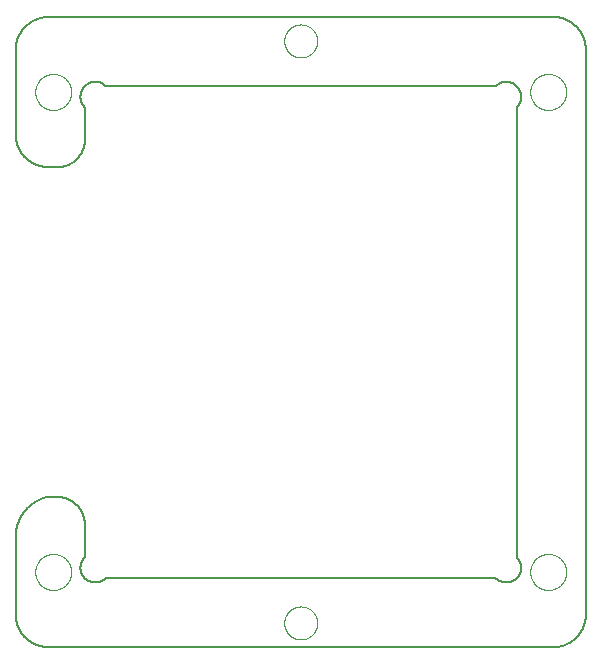
<source format=gko>
G75*
%MOIN*%
%OFA0B0*%
%FSLAX25Y25*%
%IPPOS*%
%LPD*%
%AMOC8*
5,1,8,0,0,1.08239X$1,22.5*
%
%ADD10C,0.00800*%
%ADD11C,0.00000*%
D10*
X0113333Y0100000D02*
X0283333Y0100000D01*
X0283601Y0100027D01*
X0283868Y0100060D01*
X0284135Y0100100D01*
X0284400Y0100146D01*
X0284665Y0100199D01*
X0284927Y0100258D01*
X0285189Y0100324D01*
X0285448Y0100396D01*
X0285706Y0100475D01*
X0285962Y0100560D01*
X0286216Y0100651D01*
X0286467Y0100748D01*
X0286716Y0100851D01*
X0286962Y0100960D01*
X0287206Y0101076D01*
X0287446Y0101197D01*
X0287684Y0101324D01*
X0287918Y0101457D01*
X0288149Y0101596D01*
X0288377Y0101740D01*
X0288601Y0101890D01*
X0288821Y0102045D01*
X0289038Y0102206D01*
X0289250Y0102372D01*
X0289458Y0102543D01*
X0289662Y0102719D01*
X0289862Y0102900D01*
X0290057Y0103085D01*
X0290248Y0103276D01*
X0290433Y0103471D01*
X0290614Y0103671D01*
X0290790Y0103875D01*
X0290961Y0104083D01*
X0291127Y0104295D01*
X0291288Y0104512D01*
X0291443Y0104732D01*
X0291593Y0104956D01*
X0291737Y0105184D01*
X0291876Y0105415D01*
X0292009Y0105649D01*
X0292136Y0105887D01*
X0292257Y0106127D01*
X0292373Y0106371D01*
X0292482Y0106617D01*
X0292585Y0106866D01*
X0292682Y0107117D01*
X0292773Y0107371D01*
X0292858Y0107627D01*
X0292937Y0107885D01*
X0293009Y0108144D01*
X0293075Y0108406D01*
X0293134Y0108668D01*
X0293187Y0108933D01*
X0293233Y0109198D01*
X0293273Y0109465D01*
X0293306Y0109732D01*
X0293333Y0110000D01*
X0293333Y0300000D01*
X0293306Y0300268D01*
X0293273Y0300535D01*
X0293233Y0300802D01*
X0293187Y0301067D01*
X0293134Y0301332D01*
X0293075Y0301594D01*
X0293009Y0301856D01*
X0292937Y0302115D01*
X0292858Y0302373D01*
X0292773Y0302629D01*
X0292682Y0302883D01*
X0292585Y0303134D01*
X0292482Y0303383D01*
X0292373Y0303629D01*
X0292257Y0303873D01*
X0292136Y0304113D01*
X0292009Y0304351D01*
X0291876Y0304585D01*
X0291737Y0304816D01*
X0291593Y0305044D01*
X0291443Y0305268D01*
X0291288Y0305488D01*
X0291127Y0305705D01*
X0290961Y0305917D01*
X0290790Y0306125D01*
X0290614Y0306329D01*
X0290433Y0306529D01*
X0290248Y0306724D01*
X0290057Y0306915D01*
X0289862Y0307100D01*
X0289662Y0307281D01*
X0289458Y0307457D01*
X0289250Y0307628D01*
X0289038Y0307794D01*
X0288821Y0307955D01*
X0288601Y0308110D01*
X0288377Y0308260D01*
X0288149Y0308404D01*
X0287918Y0308543D01*
X0287684Y0308676D01*
X0287446Y0308803D01*
X0287206Y0308924D01*
X0286962Y0309040D01*
X0286716Y0309149D01*
X0286467Y0309252D01*
X0286216Y0309349D01*
X0285962Y0309440D01*
X0285706Y0309525D01*
X0285448Y0309604D01*
X0285189Y0309676D01*
X0284927Y0309742D01*
X0284665Y0309801D01*
X0284400Y0309854D01*
X0284135Y0309900D01*
X0283868Y0309940D01*
X0283601Y0309973D01*
X0283333Y0310000D01*
X0113333Y0310000D01*
X0103333Y0300000D02*
X0103333Y0270000D01*
X0103360Y0269732D01*
X0103393Y0269465D01*
X0103433Y0269198D01*
X0103479Y0268933D01*
X0103532Y0268668D01*
X0103591Y0268406D01*
X0103657Y0268144D01*
X0103729Y0267885D01*
X0103808Y0267627D01*
X0103893Y0267371D01*
X0103984Y0267117D01*
X0104081Y0266866D01*
X0104184Y0266617D01*
X0104293Y0266371D01*
X0104409Y0266127D01*
X0104530Y0265887D01*
X0104657Y0265649D01*
X0104790Y0265415D01*
X0104929Y0265184D01*
X0105073Y0264956D01*
X0105223Y0264732D01*
X0105378Y0264512D01*
X0105539Y0264295D01*
X0105705Y0264083D01*
X0105876Y0263875D01*
X0106052Y0263671D01*
X0106233Y0263471D01*
X0106418Y0263276D01*
X0106609Y0263085D01*
X0106804Y0262900D01*
X0107004Y0262719D01*
X0107208Y0262543D01*
X0107416Y0262372D01*
X0107628Y0262206D01*
X0107845Y0262045D01*
X0108065Y0261890D01*
X0108289Y0261740D01*
X0108517Y0261596D01*
X0108748Y0261457D01*
X0108982Y0261324D01*
X0109220Y0261197D01*
X0109460Y0261076D01*
X0109704Y0260960D01*
X0109950Y0260851D01*
X0110199Y0260748D01*
X0110450Y0260651D01*
X0110704Y0260560D01*
X0110960Y0260475D01*
X0111218Y0260396D01*
X0111477Y0260324D01*
X0111739Y0260258D01*
X0112001Y0260199D01*
X0112266Y0260146D01*
X0112531Y0260100D01*
X0112798Y0260060D01*
X0113065Y0260027D01*
X0113333Y0260000D01*
X0116333Y0260000D01*
X0116333Y0259999D02*
X0116557Y0259982D01*
X0116780Y0259971D01*
X0117004Y0259965D01*
X0117228Y0259964D01*
X0117451Y0259969D01*
X0117675Y0259980D01*
X0117898Y0259995D01*
X0118121Y0260016D01*
X0118343Y0260043D01*
X0118564Y0260075D01*
X0118785Y0260112D01*
X0119005Y0260155D01*
X0119223Y0260203D01*
X0119441Y0260256D01*
X0119657Y0260314D01*
X0119871Y0260378D01*
X0120084Y0260447D01*
X0120295Y0260521D01*
X0120505Y0260600D01*
X0120712Y0260684D01*
X0120917Y0260773D01*
X0121120Y0260867D01*
X0121321Y0260966D01*
X0121519Y0261070D01*
X0121715Y0261178D01*
X0121908Y0261292D01*
X0122098Y0261410D01*
X0122285Y0261532D01*
X0122469Y0261659D01*
X0122650Y0261791D01*
X0122828Y0261926D01*
X0123003Y0262066D01*
X0123174Y0262211D01*
X0123341Y0262359D01*
X0123505Y0262511D01*
X0123665Y0262668D01*
X0123822Y0262828D01*
X0123974Y0262992D01*
X0124122Y0263159D01*
X0124267Y0263330D01*
X0124407Y0263505D01*
X0124542Y0263683D01*
X0124674Y0263864D01*
X0124801Y0264048D01*
X0124923Y0264235D01*
X0125041Y0264425D01*
X0125155Y0264618D01*
X0125263Y0264814D01*
X0125367Y0265012D01*
X0125466Y0265213D01*
X0125560Y0265416D01*
X0125649Y0265621D01*
X0125733Y0265828D01*
X0125812Y0266038D01*
X0125886Y0266249D01*
X0125955Y0266462D01*
X0126019Y0266676D01*
X0126077Y0266892D01*
X0126130Y0267110D01*
X0126178Y0267328D01*
X0126221Y0267548D01*
X0126258Y0267769D01*
X0126290Y0267990D01*
X0126317Y0268212D01*
X0126338Y0268435D01*
X0126353Y0268658D01*
X0126364Y0268882D01*
X0126369Y0269105D01*
X0126368Y0269329D01*
X0126362Y0269553D01*
X0126351Y0269776D01*
X0126334Y0270000D01*
X0126333Y0270000D02*
X0126333Y0280000D01*
X0126236Y0280099D01*
X0126142Y0280202D01*
X0126051Y0280306D01*
X0125963Y0280414D01*
X0125878Y0280523D01*
X0125796Y0280636D01*
X0125717Y0280750D01*
X0125642Y0280866D01*
X0125570Y0280985D01*
X0125501Y0281106D01*
X0125435Y0281228D01*
X0125373Y0281352D01*
X0125315Y0281478D01*
X0125260Y0281606D01*
X0125208Y0281735D01*
X0125161Y0281865D01*
X0125117Y0281997D01*
X0125076Y0282130D01*
X0125040Y0282264D01*
X0125007Y0282399D01*
X0124978Y0282534D01*
X0124953Y0282671D01*
X0124932Y0282808D01*
X0124914Y0282946D01*
X0124901Y0283084D01*
X0124891Y0283222D01*
X0124885Y0283361D01*
X0124883Y0283500D01*
X0124885Y0283639D01*
X0124891Y0283778D01*
X0124901Y0283916D01*
X0124914Y0284054D01*
X0124932Y0284192D01*
X0124953Y0284329D01*
X0124978Y0284466D01*
X0125007Y0284601D01*
X0125040Y0284736D01*
X0125076Y0284870D01*
X0125117Y0285003D01*
X0125161Y0285135D01*
X0125208Y0285265D01*
X0125260Y0285394D01*
X0125315Y0285522D01*
X0125373Y0285648D01*
X0125435Y0285772D01*
X0125501Y0285894D01*
X0125570Y0286015D01*
X0125642Y0286134D01*
X0125717Y0286250D01*
X0125796Y0286364D01*
X0125878Y0286477D01*
X0125963Y0286586D01*
X0126051Y0286694D01*
X0126142Y0286798D01*
X0126236Y0286901D01*
X0126333Y0287000D01*
X0126432Y0287097D01*
X0126535Y0287191D01*
X0126639Y0287282D01*
X0126747Y0287370D01*
X0126856Y0287455D01*
X0126969Y0287537D01*
X0127083Y0287616D01*
X0127199Y0287691D01*
X0127318Y0287763D01*
X0127439Y0287832D01*
X0127561Y0287898D01*
X0127685Y0287960D01*
X0127811Y0288018D01*
X0127939Y0288073D01*
X0128068Y0288125D01*
X0128198Y0288172D01*
X0128330Y0288216D01*
X0128463Y0288257D01*
X0128597Y0288293D01*
X0128732Y0288326D01*
X0128867Y0288355D01*
X0129004Y0288380D01*
X0129141Y0288401D01*
X0129279Y0288419D01*
X0129417Y0288432D01*
X0129555Y0288442D01*
X0129694Y0288448D01*
X0129833Y0288450D01*
X0129972Y0288448D01*
X0130111Y0288442D01*
X0130249Y0288432D01*
X0130387Y0288419D01*
X0130525Y0288401D01*
X0130662Y0288380D01*
X0130799Y0288355D01*
X0130934Y0288326D01*
X0131069Y0288293D01*
X0131203Y0288257D01*
X0131336Y0288216D01*
X0131468Y0288172D01*
X0131598Y0288125D01*
X0131727Y0288073D01*
X0131855Y0288018D01*
X0131981Y0287960D01*
X0132105Y0287898D01*
X0132227Y0287832D01*
X0132348Y0287763D01*
X0132467Y0287691D01*
X0132583Y0287616D01*
X0132697Y0287537D01*
X0132810Y0287455D01*
X0132919Y0287370D01*
X0133027Y0287282D01*
X0133131Y0287191D01*
X0133234Y0287097D01*
X0133333Y0287000D01*
X0263333Y0287000D01*
X0263433Y0287098D01*
X0263536Y0287193D01*
X0263642Y0287284D01*
X0263751Y0287373D01*
X0263861Y0287459D01*
X0263975Y0287541D01*
X0264090Y0287621D01*
X0264208Y0287697D01*
X0264328Y0287769D01*
X0264450Y0287838D01*
X0264573Y0287904D01*
X0264699Y0287966D01*
X0264826Y0288025D01*
X0264955Y0288080D01*
X0265085Y0288131D01*
X0265217Y0288179D01*
X0265350Y0288223D01*
X0265484Y0288263D01*
X0265620Y0288299D01*
X0265756Y0288331D01*
X0265893Y0288360D01*
X0266031Y0288385D01*
X0266170Y0288405D01*
X0266309Y0288422D01*
X0266448Y0288435D01*
X0266588Y0288444D01*
X0266728Y0288449D01*
X0266868Y0288450D01*
X0267008Y0288447D01*
X0267148Y0288440D01*
X0267288Y0288429D01*
X0267427Y0288414D01*
X0267566Y0288395D01*
X0267704Y0288373D01*
X0267842Y0288346D01*
X0267978Y0288316D01*
X0268114Y0288281D01*
X0268249Y0288243D01*
X0268383Y0288201D01*
X0268515Y0288155D01*
X0268646Y0288106D01*
X0268776Y0288053D01*
X0268904Y0287996D01*
X0269030Y0287936D01*
X0269155Y0287872D01*
X0269278Y0287804D01*
X0269398Y0287733D01*
X0269517Y0287659D01*
X0269634Y0287581D01*
X0269748Y0287501D01*
X0269860Y0287416D01*
X0269970Y0287329D01*
X0270077Y0287239D01*
X0270181Y0287146D01*
X0270283Y0287049D01*
X0270382Y0286950D01*
X0270479Y0286848D01*
X0270572Y0286744D01*
X0270662Y0286637D01*
X0270749Y0286527D01*
X0270834Y0286415D01*
X0270914Y0286301D01*
X0270992Y0286184D01*
X0271066Y0286065D01*
X0271137Y0285945D01*
X0271205Y0285822D01*
X0271269Y0285697D01*
X0271329Y0285571D01*
X0271386Y0285443D01*
X0271439Y0285313D01*
X0271488Y0285182D01*
X0271534Y0285050D01*
X0271576Y0284916D01*
X0271614Y0284781D01*
X0271649Y0284645D01*
X0271679Y0284509D01*
X0271706Y0284371D01*
X0271728Y0284233D01*
X0271747Y0284094D01*
X0271762Y0283955D01*
X0271773Y0283815D01*
X0271780Y0283675D01*
X0271783Y0283535D01*
X0271782Y0283395D01*
X0271777Y0283255D01*
X0271768Y0283115D01*
X0271755Y0282976D01*
X0271738Y0282837D01*
X0271718Y0282698D01*
X0271693Y0282560D01*
X0271664Y0282423D01*
X0271632Y0282287D01*
X0271596Y0282151D01*
X0271556Y0282017D01*
X0271512Y0281884D01*
X0271464Y0281752D01*
X0271413Y0281622D01*
X0271358Y0281493D01*
X0271299Y0281366D01*
X0271237Y0281240D01*
X0271171Y0281117D01*
X0271102Y0280995D01*
X0271030Y0280875D01*
X0270954Y0280757D01*
X0270874Y0280642D01*
X0270792Y0280528D01*
X0270706Y0280418D01*
X0270617Y0280309D01*
X0270526Y0280203D01*
X0270431Y0280100D01*
X0270333Y0280000D01*
X0270333Y0130000D01*
X0270430Y0129901D01*
X0270524Y0129798D01*
X0270615Y0129694D01*
X0270703Y0129586D01*
X0270788Y0129477D01*
X0270870Y0129364D01*
X0270949Y0129250D01*
X0271024Y0129134D01*
X0271096Y0129015D01*
X0271165Y0128894D01*
X0271231Y0128772D01*
X0271293Y0128648D01*
X0271351Y0128522D01*
X0271406Y0128394D01*
X0271458Y0128265D01*
X0271505Y0128135D01*
X0271549Y0128003D01*
X0271590Y0127870D01*
X0271626Y0127736D01*
X0271659Y0127601D01*
X0271688Y0127466D01*
X0271713Y0127329D01*
X0271734Y0127192D01*
X0271752Y0127054D01*
X0271765Y0126916D01*
X0271775Y0126778D01*
X0271781Y0126639D01*
X0271783Y0126500D01*
X0271781Y0126361D01*
X0271775Y0126222D01*
X0271765Y0126084D01*
X0271752Y0125946D01*
X0271734Y0125808D01*
X0271713Y0125671D01*
X0271688Y0125534D01*
X0271659Y0125399D01*
X0271626Y0125264D01*
X0271590Y0125130D01*
X0271549Y0124997D01*
X0271505Y0124865D01*
X0271458Y0124735D01*
X0271406Y0124606D01*
X0271351Y0124478D01*
X0271293Y0124352D01*
X0271231Y0124228D01*
X0271165Y0124106D01*
X0271096Y0123985D01*
X0271024Y0123866D01*
X0270949Y0123750D01*
X0270870Y0123636D01*
X0270788Y0123523D01*
X0270703Y0123414D01*
X0270615Y0123306D01*
X0270524Y0123202D01*
X0270430Y0123099D01*
X0270333Y0123000D01*
X0270234Y0122903D01*
X0270131Y0122809D01*
X0270027Y0122718D01*
X0269919Y0122630D01*
X0269810Y0122545D01*
X0269697Y0122463D01*
X0269583Y0122384D01*
X0269467Y0122309D01*
X0269348Y0122237D01*
X0269227Y0122168D01*
X0269105Y0122102D01*
X0268981Y0122040D01*
X0268855Y0121982D01*
X0268727Y0121927D01*
X0268598Y0121875D01*
X0268468Y0121828D01*
X0268336Y0121784D01*
X0268203Y0121743D01*
X0268069Y0121707D01*
X0267934Y0121674D01*
X0267799Y0121645D01*
X0267662Y0121620D01*
X0267525Y0121599D01*
X0267387Y0121581D01*
X0267249Y0121568D01*
X0267111Y0121558D01*
X0266972Y0121552D01*
X0266833Y0121550D01*
X0266694Y0121552D01*
X0266555Y0121558D01*
X0266417Y0121568D01*
X0266279Y0121581D01*
X0266141Y0121599D01*
X0266004Y0121620D01*
X0265867Y0121645D01*
X0265732Y0121674D01*
X0265597Y0121707D01*
X0265463Y0121743D01*
X0265330Y0121784D01*
X0265198Y0121828D01*
X0265068Y0121875D01*
X0264939Y0121927D01*
X0264811Y0121982D01*
X0264685Y0122040D01*
X0264561Y0122102D01*
X0264439Y0122168D01*
X0264318Y0122237D01*
X0264199Y0122309D01*
X0264083Y0122384D01*
X0263969Y0122463D01*
X0263856Y0122545D01*
X0263747Y0122630D01*
X0263639Y0122718D01*
X0263535Y0122809D01*
X0263432Y0122903D01*
X0263333Y0123000D01*
X0133333Y0123000D01*
X0133234Y0122903D01*
X0133131Y0122809D01*
X0133027Y0122718D01*
X0132919Y0122630D01*
X0132810Y0122545D01*
X0132697Y0122463D01*
X0132583Y0122384D01*
X0132467Y0122309D01*
X0132348Y0122237D01*
X0132227Y0122168D01*
X0132105Y0122102D01*
X0131981Y0122040D01*
X0131855Y0121982D01*
X0131727Y0121927D01*
X0131598Y0121875D01*
X0131468Y0121828D01*
X0131336Y0121784D01*
X0131203Y0121743D01*
X0131069Y0121707D01*
X0130934Y0121674D01*
X0130799Y0121645D01*
X0130662Y0121620D01*
X0130525Y0121599D01*
X0130387Y0121581D01*
X0130249Y0121568D01*
X0130111Y0121558D01*
X0129972Y0121552D01*
X0129833Y0121550D01*
X0129694Y0121552D01*
X0129555Y0121558D01*
X0129417Y0121568D01*
X0129279Y0121581D01*
X0129141Y0121599D01*
X0129004Y0121620D01*
X0128867Y0121645D01*
X0128732Y0121674D01*
X0128597Y0121707D01*
X0128463Y0121743D01*
X0128330Y0121784D01*
X0128198Y0121828D01*
X0128068Y0121875D01*
X0127939Y0121927D01*
X0127811Y0121982D01*
X0127685Y0122040D01*
X0127561Y0122102D01*
X0127439Y0122168D01*
X0127318Y0122237D01*
X0127199Y0122309D01*
X0127083Y0122384D01*
X0126969Y0122463D01*
X0126856Y0122545D01*
X0126747Y0122630D01*
X0126639Y0122718D01*
X0126535Y0122809D01*
X0126432Y0122903D01*
X0126333Y0123000D01*
X0126236Y0123099D01*
X0126142Y0123202D01*
X0126051Y0123306D01*
X0125963Y0123414D01*
X0125878Y0123523D01*
X0125796Y0123636D01*
X0125717Y0123750D01*
X0125642Y0123866D01*
X0125570Y0123985D01*
X0125501Y0124106D01*
X0125435Y0124228D01*
X0125373Y0124352D01*
X0125315Y0124478D01*
X0125260Y0124606D01*
X0125208Y0124735D01*
X0125161Y0124865D01*
X0125117Y0124997D01*
X0125076Y0125130D01*
X0125040Y0125264D01*
X0125007Y0125399D01*
X0124978Y0125534D01*
X0124953Y0125671D01*
X0124932Y0125808D01*
X0124914Y0125946D01*
X0124901Y0126084D01*
X0124891Y0126222D01*
X0124885Y0126361D01*
X0124883Y0126500D01*
X0124885Y0126639D01*
X0124891Y0126778D01*
X0124901Y0126916D01*
X0124914Y0127054D01*
X0124932Y0127192D01*
X0124953Y0127329D01*
X0124978Y0127466D01*
X0125007Y0127601D01*
X0125040Y0127736D01*
X0125076Y0127870D01*
X0125117Y0128003D01*
X0125161Y0128135D01*
X0125208Y0128265D01*
X0125260Y0128394D01*
X0125315Y0128522D01*
X0125373Y0128648D01*
X0125435Y0128772D01*
X0125501Y0128894D01*
X0125570Y0129015D01*
X0125642Y0129134D01*
X0125717Y0129250D01*
X0125796Y0129364D01*
X0125878Y0129477D01*
X0125963Y0129586D01*
X0126051Y0129694D01*
X0126142Y0129798D01*
X0126236Y0129901D01*
X0126333Y0130000D01*
X0126333Y0140000D01*
X0126334Y0140000D02*
X0126351Y0140224D01*
X0126362Y0140447D01*
X0126368Y0140671D01*
X0126369Y0140895D01*
X0126364Y0141118D01*
X0126353Y0141342D01*
X0126338Y0141565D01*
X0126317Y0141788D01*
X0126290Y0142010D01*
X0126258Y0142231D01*
X0126221Y0142452D01*
X0126178Y0142672D01*
X0126130Y0142890D01*
X0126077Y0143108D01*
X0126019Y0143324D01*
X0125955Y0143538D01*
X0125886Y0143751D01*
X0125812Y0143962D01*
X0125733Y0144172D01*
X0125649Y0144379D01*
X0125560Y0144584D01*
X0125466Y0144787D01*
X0125367Y0144988D01*
X0125263Y0145186D01*
X0125155Y0145382D01*
X0125041Y0145575D01*
X0124923Y0145765D01*
X0124801Y0145952D01*
X0124674Y0146136D01*
X0124542Y0146317D01*
X0124407Y0146495D01*
X0124267Y0146670D01*
X0124122Y0146841D01*
X0123974Y0147008D01*
X0123822Y0147172D01*
X0123665Y0147332D01*
X0123505Y0147489D01*
X0123341Y0147641D01*
X0123174Y0147789D01*
X0123003Y0147934D01*
X0122828Y0148074D01*
X0122650Y0148209D01*
X0122469Y0148341D01*
X0122285Y0148468D01*
X0122098Y0148590D01*
X0121908Y0148708D01*
X0121715Y0148822D01*
X0121519Y0148930D01*
X0121321Y0149034D01*
X0121120Y0149133D01*
X0120917Y0149227D01*
X0120712Y0149316D01*
X0120505Y0149400D01*
X0120295Y0149479D01*
X0120084Y0149553D01*
X0119871Y0149622D01*
X0119657Y0149686D01*
X0119441Y0149744D01*
X0119223Y0149797D01*
X0119005Y0149845D01*
X0118785Y0149888D01*
X0118564Y0149925D01*
X0118343Y0149957D01*
X0118121Y0149984D01*
X0117898Y0150005D01*
X0117675Y0150020D01*
X0117451Y0150031D01*
X0117228Y0150036D01*
X0117004Y0150035D01*
X0116780Y0150029D01*
X0116557Y0150018D01*
X0116333Y0150001D01*
X0116333Y0150000D02*
X0113333Y0150000D01*
X0113334Y0150000D02*
X0113005Y0149899D01*
X0112680Y0149791D01*
X0112356Y0149674D01*
X0112036Y0149550D01*
X0111719Y0149418D01*
X0111405Y0149278D01*
X0111095Y0149130D01*
X0110789Y0148975D01*
X0110486Y0148813D01*
X0110187Y0148643D01*
X0109893Y0148466D01*
X0109603Y0148281D01*
X0109318Y0148090D01*
X0109038Y0147892D01*
X0108762Y0147687D01*
X0108492Y0147475D01*
X0108226Y0147257D01*
X0107967Y0147032D01*
X0107713Y0146801D01*
X0107464Y0146563D01*
X0107222Y0146320D01*
X0106985Y0146071D01*
X0106755Y0145816D01*
X0106531Y0145556D01*
X0106313Y0145290D01*
X0106102Y0145019D01*
X0105898Y0144743D01*
X0105700Y0144462D01*
X0105510Y0144176D01*
X0105326Y0143886D01*
X0105150Y0143591D01*
X0104981Y0143292D01*
X0104819Y0142989D01*
X0104665Y0142682D01*
X0104518Y0142371D01*
X0104379Y0142057D01*
X0104248Y0141740D01*
X0104125Y0141419D01*
X0104009Y0141096D01*
X0103902Y0140769D01*
X0103802Y0140441D01*
X0103711Y0140110D01*
X0103627Y0139776D01*
X0103552Y0139441D01*
X0103485Y0139104D01*
X0103427Y0138766D01*
X0103376Y0138426D01*
X0103334Y0138085D01*
X0103301Y0137743D01*
X0103275Y0137401D01*
X0103259Y0137058D01*
X0103250Y0136714D01*
X0103250Y0136371D01*
X0103258Y0136027D01*
X0103275Y0135684D01*
X0103300Y0135342D01*
X0103334Y0135000D01*
X0103333Y0135000D02*
X0103333Y0110000D01*
X0103360Y0109732D01*
X0103393Y0109465D01*
X0103433Y0109198D01*
X0103479Y0108933D01*
X0103532Y0108668D01*
X0103591Y0108406D01*
X0103657Y0108144D01*
X0103729Y0107885D01*
X0103808Y0107627D01*
X0103893Y0107371D01*
X0103984Y0107117D01*
X0104081Y0106866D01*
X0104184Y0106617D01*
X0104293Y0106371D01*
X0104409Y0106127D01*
X0104530Y0105887D01*
X0104657Y0105649D01*
X0104790Y0105415D01*
X0104929Y0105184D01*
X0105073Y0104956D01*
X0105223Y0104732D01*
X0105378Y0104512D01*
X0105539Y0104295D01*
X0105705Y0104083D01*
X0105876Y0103875D01*
X0106052Y0103671D01*
X0106233Y0103471D01*
X0106418Y0103276D01*
X0106609Y0103085D01*
X0106804Y0102900D01*
X0107004Y0102719D01*
X0107208Y0102543D01*
X0107416Y0102372D01*
X0107628Y0102206D01*
X0107845Y0102045D01*
X0108065Y0101890D01*
X0108289Y0101740D01*
X0108517Y0101596D01*
X0108748Y0101457D01*
X0108982Y0101324D01*
X0109220Y0101197D01*
X0109460Y0101076D01*
X0109704Y0100960D01*
X0109950Y0100851D01*
X0110199Y0100748D01*
X0110450Y0100651D01*
X0110704Y0100560D01*
X0110960Y0100475D01*
X0111218Y0100396D01*
X0111477Y0100324D01*
X0111739Y0100258D01*
X0112001Y0100199D01*
X0112266Y0100146D01*
X0112531Y0100100D01*
X0112798Y0100060D01*
X0113065Y0100027D01*
X0113333Y0100000D01*
X0103333Y0300000D02*
X0103360Y0300268D01*
X0103393Y0300535D01*
X0103433Y0300802D01*
X0103479Y0301067D01*
X0103532Y0301332D01*
X0103591Y0301594D01*
X0103657Y0301856D01*
X0103729Y0302115D01*
X0103808Y0302373D01*
X0103893Y0302629D01*
X0103984Y0302883D01*
X0104081Y0303134D01*
X0104184Y0303383D01*
X0104293Y0303629D01*
X0104409Y0303873D01*
X0104530Y0304113D01*
X0104657Y0304351D01*
X0104790Y0304585D01*
X0104929Y0304816D01*
X0105073Y0305044D01*
X0105223Y0305268D01*
X0105378Y0305488D01*
X0105539Y0305705D01*
X0105705Y0305917D01*
X0105876Y0306125D01*
X0106052Y0306329D01*
X0106233Y0306529D01*
X0106418Y0306724D01*
X0106609Y0306915D01*
X0106804Y0307100D01*
X0107004Y0307281D01*
X0107208Y0307457D01*
X0107416Y0307628D01*
X0107628Y0307794D01*
X0107845Y0307955D01*
X0108065Y0308110D01*
X0108289Y0308260D01*
X0108517Y0308404D01*
X0108748Y0308543D01*
X0108982Y0308676D01*
X0109220Y0308803D01*
X0109460Y0308924D01*
X0109704Y0309040D01*
X0109950Y0309149D01*
X0110199Y0309252D01*
X0110450Y0309349D01*
X0110704Y0309440D01*
X0110960Y0309525D01*
X0111218Y0309604D01*
X0111477Y0309676D01*
X0111739Y0309742D01*
X0112001Y0309801D01*
X0112266Y0309854D01*
X0112531Y0309900D01*
X0112798Y0309940D01*
X0113065Y0309973D01*
X0113333Y0310000D01*
D11*
X0109833Y0285000D02*
X0109835Y0285154D01*
X0109841Y0285309D01*
X0109851Y0285463D01*
X0109865Y0285617D01*
X0109883Y0285770D01*
X0109904Y0285923D01*
X0109930Y0286076D01*
X0109960Y0286227D01*
X0109993Y0286378D01*
X0110031Y0286528D01*
X0110072Y0286677D01*
X0110117Y0286825D01*
X0110166Y0286971D01*
X0110219Y0287117D01*
X0110275Y0287260D01*
X0110335Y0287403D01*
X0110399Y0287543D01*
X0110466Y0287683D01*
X0110537Y0287820D01*
X0110611Y0287955D01*
X0110689Y0288089D01*
X0110770Y0288220D01*
X0110855Y0288349D01*
X0110943Y0288477D01*
X0111034Y0288601D01*
X0111128Y0288724D01*
X0111226Y0288844D01*
X0111326Y0288961D01*
X0111430Y0289076D01*
X0111536Y0289188D01*
X0111645Y0289297D01*
X0111757Y0289403D01*
X0111872Y0289507D01*
X0111989Y0289607D01*
X0112109Y0289705D01*
X0112232Y0289799D01*
X0112356Y0289890D01*
X0112484Y0289978D01*
X0112613Y0290063D01*
X0112744Y0290144D01*
X0112878Y0290222D01*
X0113013Y0290296D01*
X0113150Y0290367D01*
X0113290Y0290434D01*
X0113430Y0290498D01*
X0113573Y0290558D01*
X0113716Y0290614D01*
X0113862Y0290667D01*
X0114008Y0290716D01*
X0114156Y0290761D01*
X0114305Y0290802D01*
X0114455Y0290840D01*
X0114606Y0290873D01*
X0114757Y0290903D01*
X0114910Y0290929D01*
X0115063Y0290950D01*
X0115216Y0290968D01*
X0115370Y0290982D01*
X0115524Y0290992D01*
X0115679Y0290998D01*
X0115833Y0291000D01*
X0115987Y0290998D01*
X0116142Y0290992D01*
X0116296Y0290982D01*
X0116450Y0290968D01*
X0116603Y0290950D01*
X0116756Y0290929D01*
X0116909Y0290903D01*
X0117060Y0290873D01*
X0117211Y0290840D01*
X0117361Y0290802D01*
X0117510Y0290761D01*
X0117658Y0290716D01*
X0117804Y0290667D01*
X0117950Y0290614D01*
X0118093Y0290558D01*
X0118236Y0290498D01*
X0118376Y0290434D01*
X0118516Y0290367D01*
X0118653Y0290296D01*
X0118788Y0290222D01*
X0118922Y0290144D01*
X0119053Y0290063D01*
X0119182Y0289978D01*
X0119310Y0289890D01*
X0119434Y0289799D01*
X0119557Y0289705D01*
X0119677Y0289607D01*
X0119794Y0289507D01*
X0119909Y0289403D01*
X0120021Y0289297D01*
X0120130Y0289188D01*
X0120236Y0289076D01*
X0120340Y0288961D01*
X0120440Y0288844D01*
X0120538Y0288724D01*
X0120632Y0288601D01*
X0120723Y0288477D01*
X0120811Y0288349D01*
X0120896Y0288220D01*
X0120977Y0288089D01*
X0121055Y0287955D01*
X0121129Y0287820D01*
X0121200Y0287683D01*
X0121267Y0287543D01*
X0121331Y0287403D01*
X0121391Y0287260D01*
X0121447Y0287117D01*
X0121500Y0286971D01*
X0121549Y0286825D01*
X0121594Y0286677D01*
X0121635Y0286528D01*
X0121673Y0286378D01*
X0121706Y0286227D01*
X0121736Y0286076D01*
X0121762Y0285923D01*
X0121783Y0285770D01*
X0121801Y0285617D01*
X0121815Y0285463D01*
X0121825Y0285309D01*
X0121831Y0285154D01*
X0121833Y0285000D01*
X0121831Y0284846D01*
X0121825Y0284691D01*
X0121815Y0284537D01*
X0121801Y0284383D01*
X0121783Y0284230D01*
X0121762Y0284077D01*
X0121736Y0283924D01*
X0121706Y0283773D01*
X0121673Y0283622D01*
X0121635Y0283472D01*
X0121594Y0283323D01*
X0121549Y0283175D01*
X0121500Y0283029D01*
X0121447Y0282883D01*
X0121391Y0282740D01*
X0121331Y0282597D01*
X0121267Y0282457D01*
X0121200Y0282317D01*
X0121129Y0282180D01*
X0121055Y0282045D01*
X0120977Y0281911D01*
X0120896Y0281780D01*
X0120811Y0281651D01*
X0120723Y0281523D01*
X0120632Y0281399D01*
X0120538Y0281276D01*
X0120440Y0281156D01*
X0120340Y0281039D01*
X0120236Y0280924D01*
X0120130Y0280812D01*
X0120021Y0280703D01*
X0119909Y0280597D01*
X0119794Y0280493D01*
X0119677Y0280393D01*
X0119557Y0280295D01*
X0119434Y0280201D01*
X0119310Y0280110D01*
X0119182Y0280022D01*
X0119053Y0279937D01*
X0118922Y0279856D01*
X0118788Y0279778D01*
X0118653Y0279704D01*
X0118516Y0279633D01*
X0118376Y0279566D01*
X0118236Y0279502D01*
X0118093Y0279442D01*
X0117950Y0279386D01*
X0117804Y0279333D01*
X0117658Y0279284D01*
X0117510Y0279239D01*
X0117361Y0279198D01*
X0117211Y0279160D01*
X0117060Y0279127D01*
X0116909Y0279097D01*
X0116756Y0279071D01*
X0116603Y0279050D01*
X0116450Y0279032D01*
X0116296Y0279018D01*
X0116142Y0279008D01*
X0115987Y0279002D01*
X0115833Y0279000D01*
X0115679Y0279002D01*
X0115524Y0279008D01*
X0115370Y0279018D01*
X0115216Y0279032D01*
X0115063Y0279050D01*
X0114910Y0279071D01*
X0114757Y0279097D01*
X0114606Y0279127D01*
X0114455Y0279160D01*
X0114305Y0279198D01*
X0114156Y0279239D01*
X0114008Y0279284D01*
X0113862Y0279333D01*
X0113716Y0279386D01*
X0113573Y0279442D01*
X0113430Y0279502D01*
X0113290Y0279566D01*
X0113150Y0279633D01*
X0113013Y0279704D01*
X0112878Y0279778D01*
X0112744Y0279856D01*
X0112613Y0279937D01*
X0112484Y0280022D01*
X0112356Y0280110D01*
X0112232Y0280201D01*
X0112109Y0280295D01*
X0111989Y0280393D01*
X0111872Y0280493D01*
X0111757Y0280597D01*
X0111645Y0280703D01*
X0111536Y0280812D01*
X0111430Y0280924D01*
X0111326Y0281039D01*
X0111226Y0281156D01*
X0111128Y0281276D01*
X0111034Y0281399D01*
X0110943Y0281523D01*
X0110855Y0281651D01*
X0110770Y0281780D01*
X0110689Y0281911D01*
X0110611Y0282045D01*
X0110537Y0282180D01*
X0110466Y0282317D01*
X0110399Y0282457D01*
X0110335Y0282597D01*
X0110275Y0282740D01*
X0110219Y0282883D01*
X0110166Y0283029D01*
X0110117Y0283175D01*
X0110072Y0283323D01*
X0110031Y0283472D01*
X0109993Y0283622D01*
X0109960Y0283773D01*
X0109930Y0283924D01*
X0109904Y0284077D01*
X0109883Y0284230D01*
X0109865Y0284383D01*
X0109851Y0284537D01*
X0109841Y0284691D01*
X0109835Y0284846D01*
X0109833Y0285000D01*
X0192833Y0302000D02*
X0192835Y0302148D01*
X0192841Y0302296D01*
X0192851Y0302444D01*
X0192865Y0302592D01*
X0192883Y0302739D01*
X0192905Y0302886D01*
X0192931Y0303032D01*
X0192960Y0303177D01*
X0192994Y0303322D01*
X0193032Y0303465D01*
X0193073Y0303608D01*
X0193118Y0303749D01*
X0193168Y0303889D01*
X0193220Y0304027D01*
X0193277Y0304165D01*
X0193337Y0304300D01*
X0193401Y0304434D01*
X0193468Y0304566D01*
X0193539Y0304696D01*
X0193614Y0304825D01*
X0193692Y0304951D01*
X0193773Y0305075D01*
X0193857Y0305197D01*
X0193945Y0305316D01*
X0194036Y0305433D01*
X0194130Y0305548D01*
X0194228Y0305660D01*
X0194328Y0305769D01*
X0194431Y0305876D01*
X0194537Y0305980D01*
X0194645Y0306081D01*
X0194757Y0306179D01*
X0194871Y0306274D01*
X0194987Y0306365D01*
X0195106Y0306454D01*
X0195227Y0306539D01*
X0195351Y0306621D01*
X0195477Y0306700D01*
X0195604Y0306775D01*
X0195734Y0306847D01*
X0195866Y0306916D01*
X0195999Y0306980D01*
X0196134Y0307041D01*
X0196271Y0307099D01*
X0196409Y0307153D01*
X0196549Y0307203D01*
X0196690Y0307249D01*
X0196832Y0307291D01*
X0196975Y0307330D01*
X0197119Y0307364D01*
X0197265Y0307395D01*
X0197410Y0307422D01*
X0197557Y0307445D01*
X0197704Y0307464D01*
X0197852Y0307479D01*
X0197999Y0307490D01*
X0198148Y0307497D01*
X0198296Y0307500D01*
X0198444Y0307499D01*
X0198592Y0307494D01*
X0198740Y0307485D01*
X0198888Y0307472D01*
X0199036Y0307455D01*
X0199182Y0307434D01*
X0199329Y0307409D01*
X0199474Y0307380D01*
X0199619Y0307348D01*
X0199762Y0307311D01*
X0199905Y0307271D01*
X0200047Y0307226D01*
X0200187Y0307178D01*
X0200326Y0307126D01*
X0200463Y0307071D01*
X0200599Y0307011D01*
X0200734Y0306948D01*
X0200866Y0306882D01*
X0200997Y0306812D01*
X0201126Y0306738D01*
X0201252Y0306661D01*
X0201377Y0306581D01*
X0201499Y0306497D01*
X0201620Y0306410D01*
X0201737Y0306320D01*
X0201853Y0306226D01*
X0201965Y0306130D01*
X0202075Y0306031D01*
X0202183Y0305928D01*
X0202287Y0305823D01*
X0202389Y0305715D01*
X0202487Y0305604D01*
X0202583Y0305491D01*
X0202676Y0305375D01*
X0202765Y0305257D01*
X0202851Y0305136D01*
X0202934Y0305013D01*
X0203014Y0304888D01*
X0203090Y0304761D01*
X0203163Y0304631D01*
X0203232Y0304500D01*
X0203297Y0304367D01*
X0203360Y0304233D01*
X0203418Y0304096D01*
X0203473Y0303958D01*
X0203523Y0303819D01*
X0203571Y0303678D01*
X0203614Y0303537D01*
X0203654Y0303394D01*
X0203689Y0303250D01*
X0203721Y0303105D01*
X0203749Y0302959D01*
X0203773Y0302813D01*
X0203793Y0302666D01*
X0203809Y0302518D01*
X0203821Y0302371D01*
X0203829Y0302222D01*
X0203833Y0302074D01*
X0203833Y0301926D01*
X0203829Y0301778D01*
X0203821Y0301629D01*
X0203809Y0301482D01*
X0203793Y0301334D01*
X0203773Y0301187D01*
X0203749Y0301041D01*
X0203721Y0300895D01*
X0203689Y0300750D01*
X0203654Y0300606D01*
X0203614Y0300463D01*
X0203571Y0300322D01*
X0203523Y0300181D01*
X0203473Y0300042D01*
X0203418Y0299904D01*
X0203360Y0299767D01*
X0203297Y0299633D01*
X0203232Y0299500D01*
X0203163Y0299369D01*
X0203090Y0299239D01*
X0203014Y0299112D01*
X0202934Y0298987D01*
X0202851Y0298864D01*
X0202765Y0298743D01*
X0202676Y0298625D01*
X0202583Y0298509D01*
X0202487Y0298396D01*
X0202389Y0298285D01*
X0202287Y0298177D01*
X0202183Y0298072D01*
X0202075Y0297969D01*
X0201965Y0297870D01*
X0201853Y0297774D01*
X0201737Y0297680D01*
X0201620Y0297590D01*
X0201499Y0297503D01*
X0201377Y0297419D01*
X0201252Y0297339D01*
X0201126Y0297262D01*
X0200997Y0297188D01*
X0200866Y0297118D01*
X0200734Y0297052D01*
X0200599Y0296989D01*
X0200463Y0296929D01*
X0200326Y0296874D01*
X0200187Y0296822D01*
X0200047Y0296774D01*
X0199905Y0296729D01*
X0199762Y0296689D01*
X0199619Y0296652D01*
X0199474Y0296620D01*
X0199329Y0296591D01*
X0199182Y0296566D01*
X0199036Y0296545D01*
X0198888Y0296528D01*
X0198740Y0296515D01*
X0198592Y0296506D01*
X0198444Y0296501D01*
X0198296Y0296500D01*
X0198148Y0296503D01*
X0197999Y0296510D01*
X0197852Y0296521D01*
X0197704Y0296536D01*
X0197557Y0296555D01*
X0197410Y0296578D01*
X0197265Y0296605D01*
X0197119Y0296636D01*
X0196975Y0296670D01*
X0196832Y0296709D01*
X0196690Y0296751D01*
X0196549Y0296797D01*
X0196409Y0296847D01*
X0196271Y0296901D01*
X0196134Y0296959D01*
X0195999Y0297020D01*
X0195866Y0297084D01*
X0195734Y0297153D01*
X0195604Y0297225D01*
X0195477Y0297300D01*
X0195351Y0297379D01*
X0195227Y0297461D01*
X0195106Y0297546D01*
X0194987Y0297635D01*
X0194871Y0297726D01*
X0194757Y0297821D01*
X0194645Y0297919D01*
X0194537Y0298020D01*
X0194431Y0298124D01*
X0194328Y0298231D01*
X0194228Y0298340D01*
X0194130Y0298452D01*
X0194036Y0298567D01*
X0193945Y0298684D01*
X0193857Y0298803D01*
X0193773Y0298925D01*
X0193692Y0299049D01*
X0193614Y0299175D01*
X0193539Y0299304D01*
X0193468Y0299434D01*
X0193401Y0299566D01*
X0193337Y0299700D01*
X0193277Y0299835D01*
X0193220Y0299973D01*
X0193168Y0300111D01*
X0193118Y0300251D01*
X0193073Y0300392D01*
X0193032Y0300535D01*
X0192994Y0300678D01*
X0192960Y0300823D01*
X0192931Y0300968D01*
X0192905Y0301114D01*
X0192883Y0301261D01*
X0192865Y0301408D01*
X0192851Y0301556D01*
X0192841Y0301704D01*
X0192835Y0301852D01*
X0192833Y0302000D01*
X0274833Y0285000D02*
X0274835Y0285154D01*
X0274841Y0285309D01*
X0274851Y0285463D01*
X0274865Y0285617D01*
X0274883Y0285770D01*
X0274904Y0285923D01*
X0274930Y0286076D01*
X0274960Y0286227D01*
X0274993Y0286378D01*
X0275031Y0286528D01*
X0275072Y0286677D01*
X0275117Y0286825D01*
X0275166Y0286971D01*
X0275219Y0287117D01*
X0275275Y0287260D01*
X0275335Y0287403D01*
X0275399Y0287543D01*
X0275466Y0287683D01*
X0275537Y0287820D01*
X0275611Y0287955D01*
X0275689Y0288089D01*
X0275770Y0288220D01*
X0275855Y0288349D01*
X0275943Y0288477D01*
X0276034Y0288601D01*
X0276128Y0288724D01*
X0276226Y0288844D01*
X0276326Y0288961D01*
X0276430Y0289076D01*
X0276536Y0289188D01*
X0276645Y0289297D01*
X0276757Y0289403D01*
X0276872Y0289507D01*
X0276989Y0289607D01*
X0277109Y0289705D01*
X0277232Y0289799D01*
X0277356Y0289890D01*
X0277484Y0289978D01*
X0277613Y0290063D01*
X0277744Y0290144D01*
X0277878Y0290222D01*
X0278013Y0290296D01*
X0278150Y0290367D01*
X0278290Y0290434D01*
X0278430Y0290498D01*
X0278573Y0290558D01*
X0278716Y0290614D01*
X0278862Y0290667D01*
X0279008Y0290716D01*
X0279156Y0290761D01*
X0279305Y0290802D01*
X0279455Y0290840D01*
X0279606Y0290873D01*
X0279757Y0290903D01*
X0279910Y0290929D01*
X0280063Y0290950D01*
X0280216Y0290968D01*
X0280370Y0290982D01*
X0280524Y0290992D01*
X0280679Y0290998D01*
X0280833Y0291000D01*
X0280987Y0290998D01*
X0281142Y0290992D01*
X0281296Y0290982D01*
X0281450Y0290968D01*
X0281603Y0290950D01*
X0281756Y0290929D01*
X0281909Y0290903D01*
X0282060Y0290873D01*
X0282211Y0290840D01*
X0282361Y0290802D01*
X0282510Y0290761D01*
X0282658Y0290716D01*
X0282804Y0290667D01*
X0282950Y0290614D01*
X0283093Y0290558D01*
X0283236Y0290498D01*
X0283376Y0290434D01*
X0283516Y0290367D01*
X0283653Y0290296D01*
X0283788Y0290222D01*
X0283922Y0290144D01*
X0284053Y0290063D01*
X0284182Y0289978D01*
X0284310Y0289890D01*
X0284434Y0289799D01*
X0284557Y0289705D01*
X0284677Y0289607D01*
X0284794Y0289507D01*
X0284909Y0289403D01*
X0285021Y0289297D01*
X0285130Y0289188D01*
X0285236Y0289076D01*
X0285340Y0288961D01*
X0285440Y0288844D01*
X0285538Y0288724D01*
X0285632Y0288601D01*
X0285723Y0288477D01*
X0285811Y0288349D01*
X0285896Y0288220D01*
X0285977Y0288089D01*
X0286055Y0287955D01*
X0286129Y0287820D01*
X0286200Y0287683D01*
X0286267Y0287543D01*
X0286331Y0287403D01*
X0286391Y0287260D01*
X0286447Y0287117D01*
X0286500Y0286971D01*
X0286549Y0286825D01*
X0286594Y0286677D01*
X0286635Y0286528D01*
X0286673Y0286378D01*
X0286706Y0286227D01*
X0286736Y0286076D01*
X0286762Y0285923D01*
X0286783Y0285770D01*
X0286801Y0285617D01*
X0286815Y0285463D01*
X0286825Y0285309D01*
X0286831Y0285154D01*
X0286833Y0285000D01*
X0286831Y0284846D01*
X0286825Y0284691D01*
X0286815Y0284537D01*
X0286801Y0284383D01*
X0286783Y0284230D01*
X0286762Y0284077D01*
X0286736Y0283924D01*
X0286706Y0283773D01*
X0286673Y0283622D01*
X0286635Y0283472D01*
X0286594Y0283323D01*
X0286549Y0283175D01*
X0286500Y0283029D01*
X0286447Y0282883D01*
X0286391Y0282740D01*
X0286331Y0282597D01*
X0286267Y0282457D01*
X0286200Y0282317D01*
X0286129Y0282180D01*
X0286055Y0282045D01*
X0285977Y0281911D01*
X0285896Y0281780D01*
X0285811Y0281651D01*
X0285723Y0281523D01*
X0285632Y0281399D01*
X0285538Y0281276D01*
X0285440Y0281156D01*
X0285340Y0281039D01*
X0285236Y0280924D01*
X0285130Y0280812D01*
X0285021Y0280703D01*
X0284909Y0280597D01*
X0284794Y0280493D01*
X0284677Y0280393D01*
X0284557Y0280295D01*
X0284434Y0280201D01*
X0284310Y0280110D01*
X0284182Y0280022D01*
X0284053Y0279937D01*
X0283922Y0279856D01*
X0283788Y0279778D01*
X0283653Y0279704D01*
X0283516Y0279633D01*
X0283376Y0279566D01*
X0283236Y0279502D01*
X0283093Y0279442D01*
X0282950Y0279386D01*
X0282804Y0279333D01*
X0282658Y0279284D01*
X0282510Y0279239D01*
X0282361Y0279198D01*
X0282211Y0279160D01*
X0282060Y0279127D01*
X0281909Y0279097D01*
X0281756Y0279071D01*
X0281603Y0279050D01*
X0281450Y0279032D01*
X0281296Y0279018D01*
X0281142Y0279008D01*
X0280987Y0279002D01*
X0280833Y0279000D01*
X0280679Y0279002D01*
X0280524Y0279008D01*
X0280370Y0279018D01*
X0280216Y0279032D01*
X0280063Y0279050D01*
X0279910Y0279071D01*
X0279757Y0279097D01*
X0279606Y0279127D01*
X0279455Y0279160D01*
X0279305Y0279198D01*
X0279156Y0279239D01*
X0279008Y0279284D01*
X0278862Y0279333D01*
X0278716Y0279386D01*
X0278573Y0279442D01*
X0278430Y0279502D01*
X0278290Y0279566D01*
X0278150Y0279633D01*
X0278013Y0279704D01*
X0277878Y0279778D01*
X0277744Y0279856D01*
X0277613Y0279937D01*
X0277484Y0280022D01*
X0277356Y0280110D01*
X0277232Y0280201D01*
X0277109Y0280295D01*
X0276989Y0280393D01*
X0276872Y0280493D01*
X0276757Y0280597D01*
X0276645Y0280703D01*
X0276536Y0280812D01*
X0276430Y0280924D01*
X0276326Y0281039D01*
X0276226Y0281156D01*
X0276128Y0281276D01*
X0276034Y0281399D01*
X0275943Y0281523D01*
X0275855Y0281651D01*
X0275770Y0281780D01*
X0275689Y0281911D01*
X0275611Y0282045D01*
X0275537Y0282180D01*
X0275466Y0282317D01*
X0275399Y0282457D01*
X0275335Y0282597D01*
X0275275Y0282740D01*
X0275219Y0282883D01*
X0275166Y0283029D01*
X0275117Y0283175D01*
X0275072Y0283323D01*
X0275031Y0283472D01*
X0274993Y0283622D01*
X0274960Y0283773D01*
X0274930Y0283924D01*
X0274904Y0284077D01*
X0274883Y0284230D01*
X0274865Y0284383D01*
X0274851Y0284537D01*
X0274841Y0284691D01*
X0274835Y0284846D01*
X0274833Y0285000D01*
X0274833Y0125000D02*
X0274835Y0125154D01*
X0274841Y0125309D01*
X0274851Y0125463D01*
X0274865Y0125617D01*
X0274883Y0125770D01*
X0274904Y0125923D01*
X0274930Y0126076D01*
X0274960Y0126227D01*
X0274993Y0126378D01*
X0275031Y0126528D01*
X0275072Y0126677D01*
X0275117Y0126825D01*
X0275166Y0126971D01*
X0275219Y0127117D01*
X0275275Y0127260D01*
X0275335Y0127403D01*
X0275399Y0127543D01*
X0275466Y0127683D01*
X0275537Y0127820D01*
X0275611Y0127955D01*
X0275689Y0128089D01*
X0275770Y0128220D01*
X0275855Y0128349D01*
X0275943Y0128477D01*
X0276034Y0128601D01*
X0276128Y0128724D01*
X0276226Y0128844D01*
X0276326Y0128961D01*
X0276430Y0129076D01*
X0276536Y0129188D01*
X0276645Y0129297D01*
X0276757Y0129403D01*
X0276872Y0129507D01*
X0276989Y0129607D01*
X0277109Y0129705D01*
X0277232Y0129799D01*
X0277356Y0129890D01*
X0277484Y0129978D01*
X0277613Y0130063D01*
X0277744Y0130144D01*
X0277878Y0130222D01*
X0278013Y0130296D01*
X0278150Y0130367D01*
X0278290Y0130434D01*
X0278430Y0130498D01*
X0278573Y0130558D01*
X0278716Y0130614D01*
X0278862Y0130667D01*
X0279008Y0130716D01*
X0279156Y0130761D01*
X0279305Y0130802D01*
X0279455Y0130840D01*
X0279606Y0130873D01*
X0279757Y0130903D01*
X0279910Y0130929D01*
X0280063Y0130950D01*
X0280216Y0130968D01*
X0280370Y0130982D01*
X0280524Y0130992D01*
X0280679Y0130998D01*
X0280833Y0131000D01*
X0280987Y0130998D01*
X0281142Y0130992D01*
X0281296Y0130982D01*
X0281450Y0130968D01*
X0281603Y0130950D01*
X0281756Y0130929D01*
X0281909Y0130903D01*
X0282060Y0130873D01*
X0282211Y0130840D01*
X0282361Y0130802D01*
X0282510Y0130761D01*
X0282658Y0130716D01*
X0282804Y0130667D01*
X0282950Y0130614D01*
X0283093Y0130558D01*
X0283236Y0130498D01*
X0283376Y0130434D01*
X0283516Y0130367D01*
X0283653Y0130296D01*
X0283788Y0130222D01*
X0283922Y0130144D01*
X0284053Y0130063D01*
X0284182Y0129978D01*
X0284310Y0129890D01*
X0284434Y0129799D01*
X0284557Y0129705D01*
X0284677Y0129607D01*
X0284794Y0129507D01*
X0284909Y0129403D01*
X0285021Y0129297D01*
X0285130Y0129188D01*
X0285236Y0129076D01*
X0285340Y0128961D01*
X0285440Y0128844D01*
X0285538Y0128724D01*
X0285632Y0128601D01*
X0285723Y0128477D01*
X0285811Y0128349D01*
X0285896Y0128220D01*
X0285977Y0128089D01*
X0286055Y0127955D01*
X0286129Y0127820D01*
X0286200Y0127683D01*
X0286267Y0127543D01*
X0286331Y0127403D01*
X0286391Y0127260D01*
X0286447Y0127117D01*
X0286500Y0126971D01*
X0286549Y0126825D01*
X0286594Y0126677D01*
X0286635Y0126528D01*
X0286673Y0126378D01*
X0286706Y0126227D01*
X0286736Y0126076D01*
X0286762Y0125923D01*
X0286783Y0125770D01*
X0286801Y0125617D01*
X0286815Y0125463D01*
X0286825Y0125309D01*
X0286831Y0125154D01*
X0286833Y0125000D01*
X0286831Y0124846D01*
X0286825Y0124691D01*
X0286815Y0124537D01*
X0286801Y0124383D01*
X0286783Y0124230D01*
X0286762Y0124077D01*
X0286736Y0123924D01*
X0286706Y0123773D01*
X0286673Y0123622D01*
X0286635Y0123472D01*
X0286594Y0123323D01*
X0286549Y0123175D01*
X0286500Y0123029D01*
X0286447Y0122883D01*
X0286391Y0122740D01*
X0286331Y0122597D01*
X0286267Y0122457D01*
X0286200Y0122317D01*
X0286129Y0122180D01*
X0286055Y0122045D01*
X0285977Y0121911D01*
X0285896Y0121780D01*
X0285811Y0121651D01*
X0285723Y0121523D01*
X0285632Y0121399D01*
X0285538Y0121276D01*
X0285440Y0121156D01*
X0285340Y0121039D01*
X0285236Y0120924D01*
X0285130Y0120812D01*
X0285021Y0120703D01*
X0284909Y0120597D01*
X0284794Y0120493D01*
X0284677Y0120393D01*
X0284557Y0120295D01*
X0284434Y0120201D01*
X0284310Y0120110D01*
X0284182Y0120022D01*
X0284053Y0119937D01*
X0283922Y0119856D01*
X0283788Y0119778D01*
X0283653Y0119704D01*
X0283516Y0119633D01*
X0283376Y0119566D01*
X0283236Y0119502D01*
X0283093Y0119442D01*
X0282950Y0119386D01*
X0282804Y0119333D01*
X0282658Y0119284D01*
X0282510Y0119239D01*
X0282361Y0119198D01*
X0282211Y0119160D01*
X0282060Y0119127D01*
X0281909Y0119097D01*
X0281756Y0119071D01*
X0281603Y0119050D01*
X0281450Y0119032D01*
X0281296Y0119018D01*
X0281142Y0119008D01*
X0280987Y0119002D01*
X0280833Y0119000D01*
X0280679Y0119002D01*
X0280524Y0119008D01*
X0280370Y0119018D01*
X0280216Y0119032D01*
X0280063Y0119050D01*
X0279910Y0119071D01*
X0279757Y0119097D01*
X0279606Y0119127D01*
X0279455Y0119160D01*
X0279305Y0119198D01*
X0279156Y0119239D01*
X0279008Y0119284D01*
X0278862Y0119333D01*
X0278716Y0119386D01*
X0278573Y0119442D01*
X0278430Y0119502D01*
X0278290Y0119566D01*
X0278150Y0119633D01*
X0278013Y0119704D01*
X0277878Y0119778D01*
X0277744Y0119856D01*
X0277613Y0119937D01*
X0277484Y0120022D01*
X0277356Y0120110D01*
X0277232Y0120201D01*
X0277109Y0120295D01*
X0276989Y0120393D01*
X0276872Y0120493D01*
X0276757Y0120597D01*
X0276645Y0120703D01*
X0276536Y0120812D01*
X0276430Y0120924D01*
X0276326Y0121039D01*
X0276226Y0121156D01*
X0276128Y0121276D01*
X0276034Y0121399D01*
X0275943Y0121523D01*
X0275855Y0121651D01*
X0275770Y0121780D01*
X0275689Y0121911D01*
X0275611Y0122045D01*
X0275537Y0122180D01*
X0275466Y0122317D01*
X0275399Y0122457D01*
X0275335Y0122597D01*
X0275275Y0122740D01*
X0275219Y0122883D01*
X0275166Y0123029D01*
X0275117Y0123175D01*
X0275072Y0123323D01*
X0275031Y0123472D01*
X0274993Y0123622D01*
X0274960Y0123773D01*
X0274930Y0123924D01*
X0274904Y0124077D01*
X0274883Y0124230D01*
X0274865Y0124383D01*
X0274851Y0124537D01*
X0274841Y0124691D01*
X0274835Y0124846D01*
X0274833Y0125000D01*
X0192833Y0108000D02*
X0192835Y0108148D01*
X0192841Y0108296D01*
X0192851Y0108444D01*
X0192865Y0108592D01*
X0192883Y0108739D01*
X0192905Y0108886D01*
X0192931Y0109032D01*
X0192960Y0109177D01*
X0192994Y0109322D01*
X0193032Y0109465D01*
X0193073Y0109608D01*
X0193118Y0109749D01*
X0193168Y0109889D01*
X0193220Y0110027D01*
X0193277Y0110165D01*
X0193337Y0110300D01*
X0193401Y0110434D01*
X0193468Y0110566D01*
X0193539Y0110696D01*
X0193614Y0110825D01*
X0193692Y0110951D01*
X0193773Y0111075D01*
X0193857Y0111197D01*
X0193945Y0111316D01*
X0194036Y0111433D01*
X0194130Y0111548D01*
X0194228Y0111660D01*
X0194328Y0111769D01*
X0194431Y0111876D01*
X0194537Y0111980D01*
X0194645Y0112081D01*
X0194757Y0112179D01*
X0194871Y0112274D01*
X0194987Y0112365D01*
X0195106Y0112454D01*
X0195227Y0112539D01*
X0195351Y0112621D01*
X0195477Y0112700D01*
X0195604Y0112775D01*
X0195734Y0112847D01*
X0195866Y0112916D01*
X0195999Y0112980D01*
X0196134Y0113041D01*
X0196271Y0113099D01*
X0196409Y0113153D01*
X0196549Y0113203D01*
X0196690Y0113249D01*
X0196832Y0113291D01*
X0196975Y0113330D01*
X0197119Y0113364D01*
X0197265Y0113395D01*
X0197410Y0113422D01*
X0197557Y0113445D01*
X0197704Y0113464D01*
X0197852Y0113479D01*
X0197999Y0113490D01*
X0198148Y0113497D01*
X0198296Y0113500D01*
X0198444Y0113499D01*
X0198592Y0113494D01*
X0198740Y0113485D01*
X0198888Y0113472D01*
X0199036Y0113455D01*
X0199182Y0113434D01*
X0199329Y0113409D01*
X0199474Y0113380D01*
X0199619Y0113348D01*
X0199762Y0113311D01*
X0199905Y0113271D01*
X0200047Y0113226D01*
X0200187Y0113178D01*
X0200326Y0113126D01*
X0200463Y0113071D01*
X0200599Y0113011D01*
X0200734Y0112948D01*
X0200866Y0112882D01*
X0200997Y0112812D01*
X0201126Y0112738D01*
X0201252Y0112661D01*
X0201377Y0112581D01*
X0201499Y0112497D01*
X0201620Y0112410D01*
X0201737Y0112320D01*
X0201853Y0112226D01*
X0201965Y0112130D01*
X0202075Y0112031D01*
X0202183Y0111928D01*
X0202287Y0111823D01*
X0202389Y0111715D01*
X0202487Y0111604D01*
X0202583Y0111491D01*
X0202676Y0111375D01*
X0202765Y0111257D01*
X0202851Y0111136D01*
X0202934Y0111013D01*
X0203014Y0110888D01*
X0203090Y0110761D01*
X0203163Y0110631D01*
X0203232Y0110500D01*
X0203297Y0110367D01*
X0203360Y0110233D01*
X0203418Y0110096D01*
X0203473Y0109958D01*
X0203523Y0109819D01*
X0203571Y0109678D01*
X0203614Y0109537D01*
X0203654Y0109394D01*
X0203689Y0109250D01*
X0203721Y0109105D01*
X0203749Y0108959D01*
X0203773Y0108813D01*
X0203793Y0108666D01*
X0203809Y0108518D01*
X0203821Y0108371D01*
X0203829Y0108222D01*
X0203833Y0108074D01*
X0203833Y0107926D01*
X0203829Y0107778D01*
X0203821Y0107629D01*
X0203809Y0107482D01*
X0203793Y0107334D01*
X0203773Y0107187D01*
X0203749Y0107041D01*
X0203721Y0106895D01*
X0203689Y0106750D01*
X0203654Y0106606D01*
X0203614Y0106463D01*
X0203571Y0106322D01*
X0203523Y0106181D01*
X0203473Y0106042D01*
X0203418Y0105904D01*
X0203360Y0105767D01*
X0203297Y0105633D01*
X0203232Y0105500D01*
X0203163Y0105369D01*
X0203090Y0105239D01*
X0203014Y0105112D01*
X0202934Y0104987D01*
X0202851Y0104864D01*
X0202765Y0104743D01*
X0202676Y0104625D01*
X0202583Y0104509D01*
X0202487Y0104396D01*
X0202389Y0104285D01*
X0202287Y0104177D01*
X0202183Y0104072D01*
X0202075Y0103969D01*
X0201965Y0103870D01*
X0201853Y0103774D01*
X0201737Y0103680D01*
X0201620Y0103590D01*
X0201499Y0103503D01*
X0201377Y0103419D01*
X0201252Y0103339D01*
X0201126Y0103262D01*
X0200997Y0103188D01*
X0200866Y0103118D01*
X0200734Y0103052D01*
X0200599Y0102989D01*
X0200463Y0102929D01*
X0200326Y0102874D01*
X0200187Y0102822D01*
X0200047Y0102774D01*
X0199905Y0102729D01*
X0199762Y0102689D01*
X0199619Y0102652D01*
X0199474Y0102620D01*
X0199329Y0102591D01*
X0199182Y0102566D01*
X0199036Y0102545D01*
X0198888Y0102528D01*
X0198740Y0102515D01*
X0198592Y0102506D01*
X0198444Y0102501D01*
X0198296Y0102500D01*
X0198148Y0102503D01*
X0197999Y0102510D01*
X0197852Y0102521D01*
X0197704Y0102536D01*
X0197557Y0102555D01*
X0197410Y0102578D01*
X0197265Y0102605D01*
X0197119Y0102636D01*
X0196975Y0102670D01*
X0196832Y0102709D01*
X0196690Y0102751D01*
X0196549Y0102797D01*
X0196409Y0102847D01*
X0196271Y0102901D01*
X0196134Y0102959D01*
X0195999Y0103020D01*
X0195866Y0103084D01*
X0195734Y0103153D01*
X0195604Y0103225D01*
X0195477Y0103300D01*
X0195351Y0103379D01*
X0195227Y0103461D01*
X0195106Y0103546D01*
X0194987Y0103635D01*
X0194871Y0103726D01*
X0194757Y0103821D01*
X0194645Y0103919D01*
X0194537Y0104020D01*
X0194431Y0104124D01*
X0194328Y0104231D01*
X0194228Y0104340D01*
X0194130Y0104452D01*
X0194036Y0104567D01*
X0193945Y0104684D01*
X0193857Y0104803D01*
X0193773Y0104925D01*
X0193692Y0105049D01*
X0193614Y0105175D01*
X0193539Y0105304D01*
X0193468Y0105434D01*
X0193401Y0105566D01*
X0193337Y0105700D01*
X0193277Y0105835D01*
X0193220Y0105973D01*
X0193168Y0106111D01*
X0193118Y0106251D01*
X0193073Y0106392D01*
X0193032Y0106535D01*
X0192994Y0106678D01*
X0192960Y0106823D01*
X0192931Y0106968D01*
X0192905Y0107114D01*
X0192883Y0107261D01*
X0192865Y0107408D01*
X0192851Y0107556D01*
X0192841Y0107704D01*
X0192835Y0107852D01*
X0192833Y0108000D01*
X0109833Y0125000D02*
X0109835Y0125154D01*
X0109841Y0125309D01*
X0109851Y0125463D01*
X0109865Y0125617D01*
X0109883Y0125770D01*
X0109904Y0125923D01*
X0109930Y0126076D01*
X0109960Y0126227D01*
X0109993Y0126378D01*
X0110031Y0126528D01*
X0110072Y0126677D01*
X0110117Y0126825D01*
X0110166Y0126971D01*
X0110219Y0127117D01*
X0110275Y0127260D01*
X0110335Y0127403D01*
X0110399Y0127543D01*
X0110466Y0127683D01*
X0110537Y0127820D01*
X0110611Y0127955D01*
X0110689Y0128089D01*
X0110770Y0128220D01*
X0110855Y0128349D01*
X0110943Y0128477D01*
X0111034Y0128601D01*
X0111128Y0128724D01*
X0111226Y0128844D01*
X0111326Y0128961D01*
X0111430Y0129076D01*
X0111536Y0129188D01*
X0111645Y0129297D01*
X0111757Y0129403D01*
X0111872Y0129507D01*
X0111989Y0129607D01*
X0112109Y0129705D01*
X0112232Y0129799D01*
X0112356Y0129890D01*
X0112484Y0129978D01*
X0112613Y0130063D01*
X0112744Y0130144D01*
X0112878Y0130222D01*
X0113013Y0130296D01*
X0113150Y0130367D01*
X0113290Y0130434D01*
X0113430Y0130498D01*
X0113573Y0130558D01*
X0113716Y0130614D01*
X0113862Y0130667D01*
X0114008Y0130716D01*
X0114156Y0130761D01*
X0114305Y0130802D01*
X0114455Y0130840D01*
X0114606Y0130873D01*
X0114757Y0130903D01*
X0114910Y0130929D01*
X0115063Y0130950D01*
X0115216Y0130968D01*
X0115370Y0130982D01*
X0115524Y0130992D01*
X0115679Y0130998D01*
X0115833Y0131000D01*
X0115987Y0130998D01*
X0116142Y0130992D01*
X0116296Y0130982D01*
X0116450Y0130968D01*
X0116603Y0130950D01*
X0116756Y0130929D01*
X0116909Y0130903D01*
X0117060Y0130873D01*
X0117211Y0130840D01*
X0117361Y0130802D01*
X0117510Y0130761D01*
X0117658Y0130716D01*
X0117804Y0130667D01*
X0117950Y0130614D01*
X0118093Y0130558D01*
X0118236Y0130498D01*
X0118376Y0130434D01*
X0118516Y0130367D01*
X0118653Y0130296D01*
X0118788Y0130222D01*
X0118922Y0130144D01*
X0119053Y0130063D01*
X0119182Y0129978D01*
X0119310Y0129890D01*
X0119434Y0129799D01*
X0119557Y0129705D01*
X0119677Y0129607D01*
X0119794Y0129507D01*
X0119909Y0129403D01*
X0120021Y0129297D01*
X0120130Y0129188D01*
X0120236Y0129076D01*
X0120340Y0128961D01*
X0120440Y0128844D01*
X0120538Y0128724D01*
X0120632Y0128601D01*
X0120723Y0128477D01*
X0120811Y0128349D01*
X0120896Y0128220D01*
X0120977Y0128089D01*
X0121055Y0127955D01*
X0121129Y0127820D01*
X0121200Y0127683D01*
X0121267Y0127543D01*
X0121331Y0127403D01*
X0121391Y0127260D01*
X0121447Y0127117D01*
X0121500Y0126971D01*
X0121549Y0126825D01*
X0121594Y0126677D01*
X0121635Y0126528D01*
X0121673Y0126378D01*
X0121706Y0126227D01*
X0121736Y0126076D01*
X0121762Y0125923D01*
X0121783Y0125770D01*
X0121801Y0125617D01*
X0121815Y0125463D01*
X0121825Y0125309D01*
X0121831Y0125154D01*
X0121833Y0125000D01*
X0121831Y0124846D01*
X0121825Y0124691D01*
X0121815Y0124537D01*
X0121801Y0124383D01*
X0121783Y0124230D01*
X0121762Y0124077D01*
X0121736Y0123924D01*
X0121706Y0123773D01*
X0121673Y0123622D01*
X0121635Y0123472D01*
X0121594Y0123323D01*
X0121549Y0123175D01*
X0121500Y0123029D01*
X0121447Y0122883D01*
X0121391Y0122740D01*
X0121331Y0122597D01*
X0121267Y0122457D01*
X0121200Y0122317D01*
X0121129Y0122180D01*
X0121055Y0122045D01*
X0120977Y0121911D01*
X0120896Y0121780D01*
X0120811Y0121651D01*
X0120723Y0121523D01*
X0120632Y0121399D01*
X0120538Y0121276D01*
X0120440Y0121156D01*
X0120340Y0121039D01*
X0120236Y0120924D01*
X0120130Y0120812D01*
X0120021Y0120703D01*
X0119909Y0120597D01*
X0119794Y0120493D01*
X0119677Y0120393D01*
X0119557Y0120295D01*
X0119434Y0120201D01*
X0119310Y0120110D01*
X0119182Y0120022D01*
X0119053Y0119937D01*
X0118922Y0119856D01*
X0118788Y0119778D01*
X0118653Y0119704D01*
X0118516Y0119633D01*
X0118376Y0119566D01*
X0118236Y0119502D01*
X0118093Y0119442D01*
X0117950Y0119386D01*
X0117804Y0119333D01*
X0117658Y0119284D01*
X0117510Y0119239D01*
X0117361Y0119198D01*
X0117211Y0119160D01*
X0117060Y0119127D01*
X0116909Y0119097D01*
X0116756Y0119071D01*
X0116603Y0119050D01*
X0116450Y0119032D01*
X0116296Y0119018D01*
X0116142Y0119008D01*
X0115987Y0119002D01*
X0115833Y0119000D01*
X0115679Y0119002D01*
X0115524Y0119008D01*
X0115370Y0119018D01*
X0115216Y0119032D01*
X0115063Y0119050D01*
X0114910Y0119071D01*
X0114757Y0119097D01*
X0114606Y0119127D01*
X0114455Y0119160D01*
X0114305Y0119198D01*
X0114156Y0119239D01*
X0114008Y0119284D01*
X0113862Y0119333D01*
X0113716Y0119386D01*
X0113573Y0119442D01*
X0113430Y0119502D01*
X0113290Y0119566D01*
X0113150Y0119633D01*
X0113013Y0119704D01*
X0112878Y0119778D01*
X0112744Y0119856D01*
X0112613Y0119937D01*
X0112484Y0120022D01*
X0112356Y0120110D01*
X0112232Y0120201D01*
X0112109Y0120295D01*
X0111989Y0120393D01*
X0111872Y0120493D01*
X0111757Y0120597D01*
X0111645Y0120703D01*
X0111536Y0120812D01*
X0111430Y0120924D01*
X0111326Y0121039D01*
X0111226Y0121156D01*
X0111128Y0121276D01*
X0111034Y0121399D01*
X0110943Y0121523D01*
X0110855Y0121651D01*
X0110770Y0121780D01*
X0110689Y0121911D01*
X0110611Y0122045D01*
X0110537Y0122180D01*
X0110466Y0122317D01*
X0110399Y0122457D01*
X0110335Y0122597D01*
X0110275Y0122740D01*
X0110219Y0122883D01*
X0110166Y0123029D01*
X0110117Y0123175D01*
X0110072Y0123323D01*
X0110031Y0123472D01*
X0109993Y0123622D01*
X0109960Y0123773D01*
X0109930Y0123924D01*
X0109904Y0124077D01*
X0109883Y0124230D01*
X0109865Y0124383D01*
X0109851Y0124537D01*
X0109841Y0124691D01*
X0109835Y0124846D01*
X0109833Y0125000D01*
M02*

</source>
